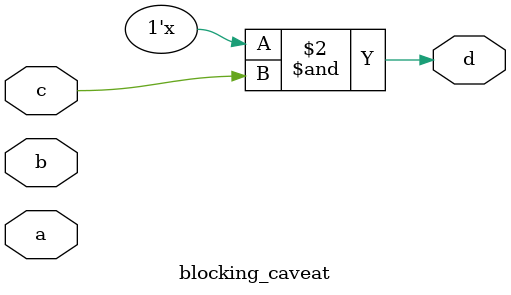
<source format=v>
module blocking_caveat (input a , input b , input  c, output reg d); 
reg x;
always @ (*)
begin
	d = x & c;
	x = a | b;
end
endmodule

</source>
